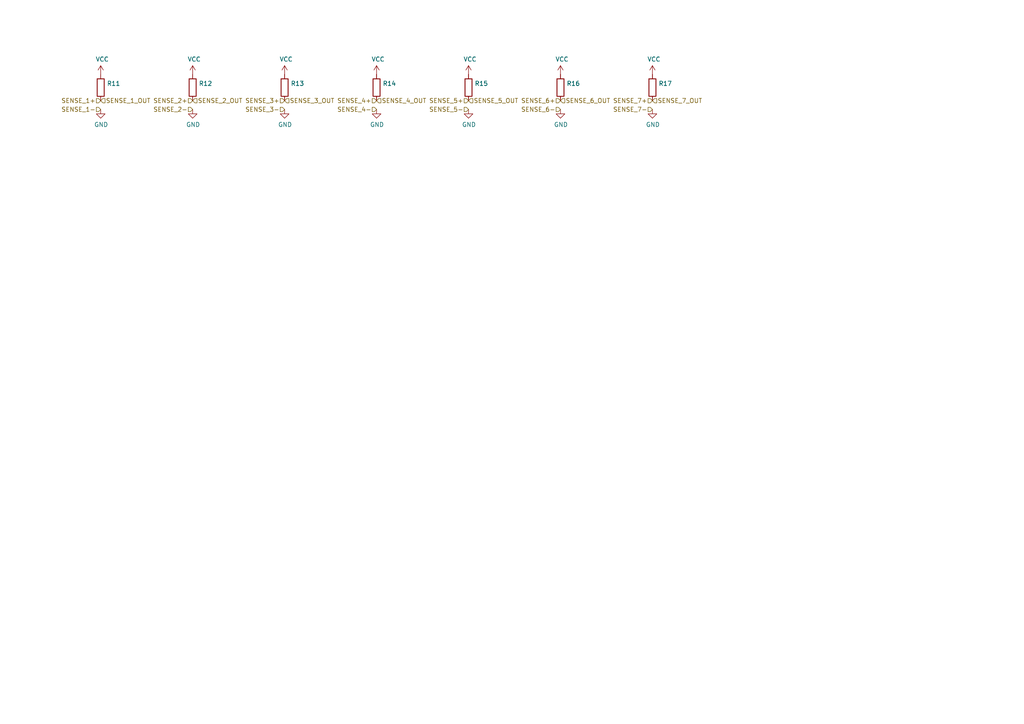
<source format=kicad_sch>
(kicad_sch (version 20211123) (generator eeschema)
  (paper "A4")
  (title_block (title "Cooling Pressure and Temperature Sensing Board") (date "2019-11-18") (rev "2") (company "Olin Electric Motorsports") (comment 1 "Laurel Rodriguez Mitton"))
  (lib_symbols
    (symbol "formula:R_10K" (pin_numbers hide) (pin_names (offset 0))
      (property "Reference" "R" (at 2.032 0 90))
      (property "Value" "R_10K" (at -2.54 0 90))
      (symbol "R_10K_0_1"
        (rectangle (start -1.016 -2.54) (end 1.016 2.54) (stroke (width 0.254)))
      )
      (symbol "R_10K_1_1"
        (pin passive line (at 0 3.81 270) (length 1.27) (name "~") (number "1"))
        (pin passive line (at 0 -3.81 90) (length 1.27) (name "~") (number "2"))
      )
    )
    (symbol "power:GND" (power) (pin_names (offset 0))
      (property "Value" "GND" (at 0 -3.81 0))
      (symbol "GND_0_1"
        (polyline (pts (xy 0 0) (xy 0 -1.27) (xy 1.27 -1.27) (xy 0 -2.54) (xy -1.27 -1.27) (xy 0 -1.27)))
      )
      (symbol "GND_1_1"
        (pin power_in line (at 0 0 270) (length 0) hide (name "GND") (number "1"))
      )
    )
    (symbol "power:VCC" (power) (pin_names (offset 0))
      (property "Value" "VCC" (at 0 3.81 0))
      (symbol "VCC_0_1"
        (polyline (pts (xy -0.762 1.27) (xy 0 2.54)))
        (polyline (pts (xy 0 0) (xy 0 2.54)))
        (polyline (pts (xy 0 2.54) (xy 0.762 1.27)))
      )
      (symbol "VCC_1_1"
        (pin power_in line (at 0 0 90) (length 0) hide (name "VCC") (number "1"))
      )
    )
  )
  (hierarchical_label "SENSE_7-" (shape input) (at 189.23 31.75 180))
  (hierarchical_label "SENSE_1-" (shape input) (at 29.21 31.75 180))
  (hierarchical_label "SENSE_1+" (shape input) (at 29.21 29.21 180))
  (hierarchical_label "SENSE_6-" (shape input) (at 162.56 31.75 180))
  (hierarchical_label "SENSE_4-" (shape input) (at 109.22 31.75 180))
  (hierarchical_label "SENSE_1_OUT" (shape input) (at 29.21 29.21 0))
  (hierarchical_label "SENSE_5_OUT" (shape input) (at 135.89 29.21 0))
  (hierarchical_label "SENSE_4+" (shape input) (at 109.22 29.21 180))
  (hierarchical_label "SENSE_5+" (shape input) (at 135.89 29.21 180))
  (hierarchical_label "SENSE_7+" (shape input) (at 189.23 29.21 180))
  (hierarchical_label "SENSE_2+" (shape input) (at 55.88 29.21 180))
  (hierarchical_label "SENSE_3-" (shape input) (at 82.55 31.75 180))
  (hierarchical_label "SENSE_6+" (shape input) (at 162.56 29.21 180))
  (hierarchical_label "SENSE_7_OUT" (shape input) (at 189.23 29.21 0))
  (hierarchical_label "SENSE_2-" (shape input) (at 55.88 31.75 180))
  (hierarchical_label "SENSE_2_OUT" (shape input) (at 55.88 29.21 0))
  (hierarchical_label "SENSE_3_OUT" (shape input) (at 82.55 29.21 0))
  (hierarchical_label "SENSE_6_OUT" (shape input) (at 162.56 29.21 0))
  (hierarchical_label "SENSE_4_OUT" (shape input) (at 109.22 29.21 0))
  (hierarchical_label "SENSE_5-" (shape input) (at 135.89 31.75 180))
  (hierarchical_label "SENSE_3+" (shape input) (at 82.55 29.21 180))
  (symbol (lib_id "power:VCC") (at 29.21 21.59 0) (unit 1)
    (property "Reference" "#PWR?" (effects hide))
  )
  (symbol (lib_id "formula:R_10K") (at 29.21 25.4 0) (unit 1)
    (property "Reference" "R11" (at 30.988 24.2316 0) (effects (justify left)))
    (property "Datasheet" "http://www.bourns.com/data/global/pdfs/CRS.pdf" (effects hide))
    (property "MFN" "DK" (effects hide))
    (property "MPN" "CRS0805-FX-1002ELFCT-ND" (effects hide))
    (property "PurchasingLink" "https://www.digikey.com/products/en?keywords=CRS0805-FX-1002ELFCT-ND" (effects hide))
  )
  (symbol (lib_id "power:GND") (at 29.21 31.75 0) (unit 1)
    (property "Reference" "#PWR?" (effects hide))
  )
  (symbol (lib_id "power:VCC") (at 55.88 21.59 0) (unit 1)
    (property "Reference" "#PWR?" (effects hide))
  )
  (symbol (lib_id "formula:R_10K") (at 55.88 25.4 0) (unit 1)
    (property "Reference" "R12" (at 57.658 24.2316 0) (effects (justify left)))
    (property "Datasheet" "http://www.bourns.com/data/global/pdfs/CRS.pdf" (effects hide))
    (property "MFN" "DK" (effects hide))
    (property "MPN" "CRS0805-FX-1002ELFCT-ND" (effects hide))
    (property "PurchasingLink" "https://www.digikey.com/products/en?keywords=CRS0805-FX-1002ELFCT-ND" (effects hide))
  )
  (symbol (lib_id "power:GND") (at 55.88 31.75 0) (unit 1)
    (property "Reference" "#PWR?" (effects hide))
  )
  (symbol (lib_id "power:VCC") (at 82.55 21.59 0) (unit 1)
    (property "Reference" "#PWR?" (effects hide))
  )
  (symbol (lib_id "formula:R_10K") (at 82.55 25.4 0) (unit 1)
    (property "Reference" "R13" (at 84.328 24.2316 0) (effects (justify left)))
    (property "Datasheet" "http://www.bourns.com/data/global/pdfs/CRS.pdf" (effects hide))
    (property "MFN" "DK" (effects hide))
    (property "MPN" "CRS0805-FX-1002ELFCT-ND" (effects hide))
    (property "PurchasingLink" "https://www.digikey.com/products/en?keywords=CRS0805-FX-1002ELFCT-ND" (effects hide))
  )
  (symbol (lib_id "power:GND") (at 82.55 31.75 0) (unit 1)
    (property "Reference" "#PWR?" (effects hide))
  )
  (symbol (lib_id "power:VCC") (at 109.22 21.59 0) (unit 1)
    (property "Reference" "#PWR?" (effects hide))
  )
  (symbol (lib_id "formula:R_10K") (at 109.22 25.4 0) (unit 1)
    (property "Reference" "R14" (at 110.998 24.2316 0) (effects (justify left)))
    (property "Datasheet" "http://www.bourns.com/data/global/pdfs/CRS.pdf" (effects hide))
    (property "MFN" "DK" (effects hide))
    (property "MPN" "CRS0805-FX-1002ELFCT-ND" (effects hide))
    (property "PurchasingLink" "https://www.digikey.com/products/en?keywords=CRS0805-FX-1002ELFCT-ND" (effects hide))
  )
  (symbol (lib_id "power:GND") (at 109.22 31.75 0) (unit 1)
    (property "Reference" "#PWR?" (effects hide))
  )
  (symbol (lib_id "power:VCC") (at 135.89 21.59 0) (unit 1)
    (property "Reference" "#PWR?" (effects hide))
  )
  (symbol (lib_id "formula:R_10K") (at 135.89 25.4 0) (unit 1)
    (property "Reference" "R15" (at 137.668 24.2316 0) (effects (justify left)))
    (property "Datasheet" "http://www.bourns.com/data/global/pdfs/CRS.pdf" (effects hide))
    (property "MFN" "DK" (effects hide))
    (property "MPN" "CRS0805-FX-1002ELFCT-ND" (effects hide))
    (property "PurchasingLink" "https://www.digikey.com/products/en?keywords=CRS0805-FX-1002ELFCT-ND" (effects hide))
  )
  (symbol (lib_id "power:GND") (at 135.89 31.75 0) (unit 1)
    (property "Reference" "#PWR?" (effects hide))
  )
  (symbol (lib_id "formula:R_10K") (at 162.56 25.4 0) (unit 1)
    (property "Reference" "R16" (at 164.338 24.2316 0) (effects (justify left)))
    (property "Datasheet" "http://www.bourns.com/data/global/pdfs/CRS.pdf" (effects hide))
    (property "MFN" "DK" (effects hide))
    (property "MPN" "CRS0805-FX-1002ELFCT-ND" (effects hide))
    (property "PurchasingLink" "https://www.digikey.com/products/en?keywords=CRS0805-FX-1002ELFCT-ND" (effects hide))
  )
  (symbol (lib_id "power:GND") (at 162.56 31.75 0) (unit 1)
    (property "Reference" "#PWR?" (effects hide))
  )
  (symbol (lib_id "power:VCC") (at 189.23 21.59 0) (unit 1)
    (property "Reference" "#PWR?" (effects hide))
  )
  (symbol (lib_id "formula:R_10K") (at 189.23 25.4 0) (unit 1)
    (property "Reference" "R17" (at 191.008 24.2316 0) (effects (justify left)))
    (property "Datasheet" "http://www.bourns.com/data/global/pdfs/CRS.pdf" (effects hide))
    (property "MFN" "DK" (effects hide))
    (property "MPN" "CRS0805-FX-1002ELFCT-ND" (effects hide))
    (property "PurchasingLink" "https://www.digikey.com/products/en?keywords=CRS0805-FX-1002ELFCT-ND" (effects hide))
  )
  (symbol (lib_id "power:GND") (at 189.23 31.75 0) (unit 1)
    (property "Reference" "#PWR?" (effects hide))
  )
  (symbol (lib_id "power:VCC") (at 162.56 21.59 0) (unit 1)
    (property "Reference" "#PWR?" (effects hide))
  )
)
</source>
